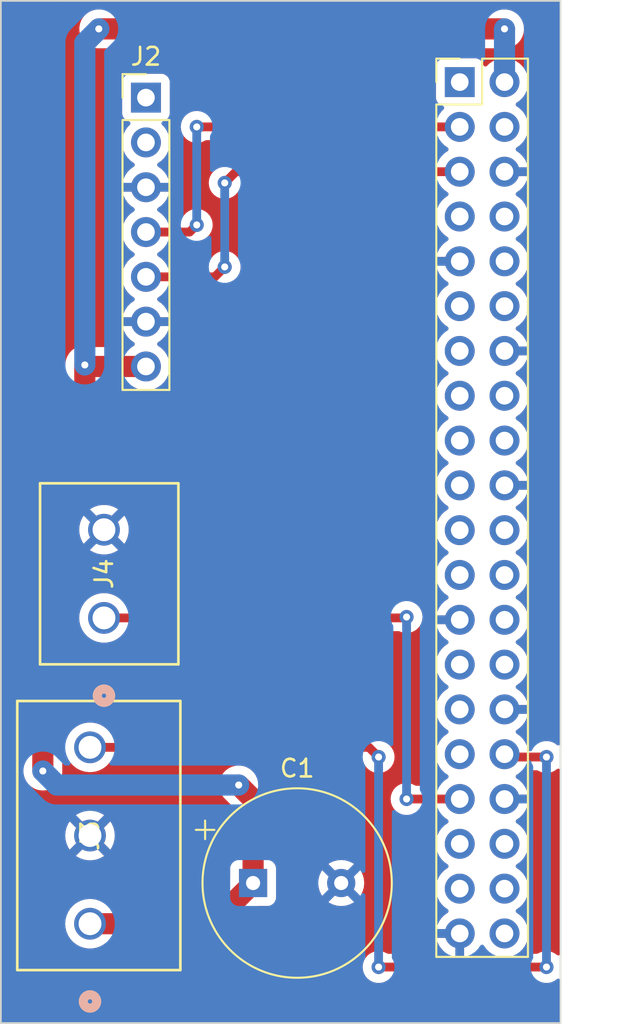
<source format=kicad_pcb>
(kicad_pcb (version 20221018) (generator pcbnew)
  (layers (0 "F.Cu" signal) (31 "B.Cu" signal) (34 "B.Paste" user) (35 "F.Paste" user) (36 "B.SilkS" user "B.Silkscreen") (37 "F.SilkS" user "F.Silkscreen") (38 "B.Mask" user) (39 "F.Mask" user) (44 "Edge.Cuts" user))
  (net 0 "")
  (net 1 "+5V")
  (net 2 "GND")
  (net 3 "+3.3V")
  (net 4 "SDA")
  (net 5 "SCL")
  (net 32 "SERVO")
  (net 33 "ESC")
  (footprint "Connector_PinHeader_2.54mm:PinHeader_2x20_P2.54mm_Vertical" (layer "F.Cu") (at 207.80375 84.7725)
    (fp_text reference "J1" hide)
    (fp_text value "Conn_02x20_Odd_Even")
    (fp_line (start -1.33 -1.33) (end 0 -1.33) (stroke (width 0.12)) (layer "F.SilkS"))
    (fp_line (start -1.33 0) (end -1.33 -1.33) (stroke (width 0.12)) (layer "F.SilkS"))
    (fp_line (start -1.33 1.27) (end -1.33 49.59) (stroke (width 0.12)) (layer "F.SilkS"))
    (fp_line (start -1.33 1.27) (end 1.27 1.27) (stroke (width 0.12)) (layer "F.SilkS"))
    (fp_line (start -1.33 49.59) (end 3.87 49.59) (stroke (width 0.12)) (layer "F.SilkS"))
    (fp_line (start 1.27 -1.33) (end 3.87 -1.33) (stroke (width 0.12)) (layer "F.SilkS"))
    (fp_line (start 1.27 1.27) (end 1.27 -1.33) (stroke (width 0.12)) (layer "F.SilkS"))
    (fp_line (start 3.87 -1.33) (end 3.87 49.59) (stroke (width 0.12)) (layer "F.SilkS"))
    (pad "1" thru_hole rect (at 0 0) (size 1.7 1.7) (drill 1) (layers "*.Cu" "*.Mask") (net 3 "+3.3V"))
    (pad "2" thru_hole oval (at 2.54 0) (size 1.7 1.7) (drill 1) (layers "*.Cu" "*.Mask") (net 1 "+5V"))
    (pad "3" thru_hole oval (at 0 2.54) (size 1.7 1.7) (drill 1) (layers "*.Cu" "*.Mask") (net 4 "SDA"))
    (pad "4" thru_hole oval (at 2.54 2.54) (size 1.7 1.7) (drill 1) (layers "*.Cu" "*.Mask") (net 1 "+5V"))
    (pad "5" thru_hole oval (at 0 5.08) (size 1.7 1.7) (drill 1) (layers "*.Cu" "*.Mask") (net 5 "SCL"))
    (pad "6" thru_hole oval (at 2.54 5.08) (size 1.7 1.7) (drill 1) (layers "*.Cu" "*.Mask") (net 2 "GND"))
    (pad "7" thru_hole oval (at 0 7.62) (size 1.7 1.7) (drill 1) (layers "*.Cu" "*.Mask"))
    (pad "8" thru_hole oval (at 2.54 7.62) (size 1.7 1.7) (drill 1) (layers "*.Cu" "*.Mask"))
    (pad "9" thru_hole oval (at 0 10.16) (size 1.7 1.7) (drill 1) (layers "*.Cu" "*.Mask") (net 2 "GND"))
    (pad "10" thru_hole oval (at 2.54 10.16) (size 1.7 1.7) (drill 1) (layers "*.Cu" "*.Mask"))
    (pad "11" thru_hole oval (at 0 12.7) (size 1.7 1.7) (drill 1) (layers "*.Cu" "*.Mask"))
    (pad "12" thru_hole oval (at 2.54 12.7) (size 1.7 1.7) (drill 1) (layers "*.Cu" "*.Mask"))
    (pad "13" thru_hole oval (at 0 15.24) (size 1.7 1.7) (drill 1) (layers "*.Cu" "*.Mask"))
    (pad "14" thru_hole oval (at 2.54 15.24) (size 1.7 1.7) (drill 1) (layers "*.Cu" "*.Mask") (net 2 "GND"))
    (pad "15" thru_hole oval (at 0 17.78) (size 1.7 1.7) (drill 1) (layers "*.Cu" "*.Mask"))
    (pad "16" thru_hole oval (at 2.54 17.78) (size 1.7 1.7) (drill 1) (layers "*.Cu" "*.Mask"))
    (pad "17" thru_hole oval (at 0 20.32) (size 1.7 1.7) (drill 1) (layers "*.Cu" "*.Mask") (net 3 "+3.3V"))
    (pad "18" thru_hole oval (at 2.54 20.32) (size 1.7 1.7) (drill 1) (layers "*.Cu" "*.Mask"))
    (pad "19" thru_hole oval (at 0 22.86) (size 1.7 1.7) (drill 1) (layers "*.Cu" "*.Mask"))
    (pad "20" thru_hole oval (at 2.54 22.86) (size 1.7 1.7) (drill 1) (layers "*.Cu" "*.Mask") (net 2 "GND"))
    (pad "21" thru_hole oval (at 0 25.4) (size 1.7 1.7) (drill 1) (layers "*.Cu" "*.Mask"))
    (pad "22" thru_hole oval (at 2.54 25.4) (size 1.7 1.7) (drill 1) (layers "*.Cu" "*.Mask"))
    (pad "23" thru_hole oval (at 0 27.94) (size 1.7 1.7) (drill 1) (layers "*.Cu" "*.Mask"))
    (pad "24" thru_hole oval (at 2.54 27.94) (size 1.7 1.7) (drill 1) (layers "*.Cu" "*.Mask"))
    (pad "25" thru_hole oval (at 0 30.48) (size 1.7 1.7) (drill 1) (layers "*.Cu" "*.Mask") (net 2 "GND"))
    (pad "26" thru_hole oval (at 2.54 30.48) (size 1.7 1.7) (drill 1) (layers "*.Cu" "*.Mask"))
    (pad "27" thru_hole oval (at 0 33.02) (size 1.7 1.7) (drill 1) (layers "*.Cu" "*.Mask"))
    (pad "28" thru_hole oval (at 2.54 33.02) (size 1.7 1.7) (drill 1) (layers "*.Cu" "*.Mask"))
    (pad "29" thru_hole oval (at 0 35.56) (size 1.7 1.7) (drill 1) (layers "*.Cu" "*.Mask"))
    (pad "30" thru_hole oval (at 2.54 35.56) (size 1.7 1.7) (drill 1) (layers "*.Cu" "*.Mask") (net 2 "GND"))
    (pad "31" thru_hole oval (at 0 38.1) (size 1.7 1.7) (drill 1) (layers "*.Cu" "*.Mask"))
    (pad "32" thru_hole oval (at 2.54 38.1) (size 1.7 1.7) (drill 1) (layers "*.Cu" "*.Mask") (net 32 "SERVO"))
    (pad "33" thru_hole oval (at 0 40.64) (size 1.7 1.7) (drill 1) (layers "*.Cu" "*.Mask") (net 33 "ESC"))
    (pad "34" thru_hole oval (at 2.54 40.64) (size 1.7 1.7) (drill 1) (layers "*.Cu" "*.Mask") (net 2 "GND"))
    (pad "35" thru_hole oval (at 0 43.18) (size 1.7 1.7) (drill 1) (layers "*.Cu" "*.Mask"))
    (pad "36" thru_hole oval (at 2.54 43.18) (size 1.7 1.7) (drill 1) (layers "*.Cu" "*.Mask"))
    (pad "37" thru_hole oval (at 0 45.72) (size 1.7 1.7) (drill 1) (layers "*.Cu" "*.Mask"))
    (pad "38" thru_hole oval (at 2.54 45.72) (size 1.7 1.7) (drill 1) (layers "*.Cu" "*.Mask"))
    (pad "39" thru_hole oval (at 0 48.26) (size 1.7 1.7) (drill 1) (layers "*.Cu" "*.Mask") (net 2 "GND"))
    (pad "40" thru_hole oval (at 2.54 48.26) (size 1.7 1.7) (drill 1) (layers "*.Cu" "*.Mask"))
  )
  (footprint "terminal:CONN2_710002_WRE" (layer "F.Cu") (at 187.61875 115.146451 90)
    (fp_text reference "J4" (at 2.5 0 90 unlocked) (layer "F.SilkS"))
    (fp_text value "Screw_Terminal_01x02")
    (fp_circle (center -4.4088 0) (end -4.0278 0) (stroke (width 0.508)) (fill none) (layer "B.SilkS"))
    (fp_line (start -2.6308 -3.627001) (end -2.6308 4.221599) (stroke (width 0.1524)) (layer "F.SilkS"))
    (fp_line (start -2.6308 4.221599) (end 7.6308 4.221599) (stroke (width 0.1524)) (layer "F.SilkS"))
    (fp_line (start 7.6308 -3.627001) (end -2.6308 -3.627001) (stroke (width 0.1524)) (layer "F.SilkS"))
    (fp_line (start 7.6308 4.221599) (end 7.6308 -3.627001) (stroke (width 0.1524)) (layer "F.SilkS"))
    (fp_circle (center -4.4088 0) (end -4.0278 0) (stroke (width 0.508)) (fill none) (layer "F.SilkS"))
    (pad "1" thru_hole circle (at 0 0 90) (size 1.8034 1.8034) (drill 1.2954) (layers "*.Cu" "*.Mask") (net 33 "ESC"))
    (pad "2" thru_hole circle (at 5 0 90) (size 1.8034 1.8034) (drill 1.2954) (layers "*.Cu" "*.Mask") (net 2 "GND"))
  )
  (footprint "Capacitor_THT:CP_Radial_Tantal_D10.5mm_P5.00mm" (layer "F.Cu") (at 196.078567 130.175)
    (fp_text reference "C1" (at 2.5 -6.5) (layer "F.SilkS"))
    (fp_text value "100uf")
    (fp_line (start -3.247133 -3.015) (end -2.197133 -3.015) (stroke (width 0.12)) (layer "F.SilkS"))
    (fp_line (start -2.722133 -3.54) (end -2.722133 -2.49) (stroke (width 0.12)) (layer "F.SilkS"))
    (fp_circle (center 2.5 0) (end 7.87 0) (stroke (width 0.12)) (fill none) (layer "F.SilkS"))
    (pad "1" thru_hole rect (at 0 0) (size 1.6 1.6) (drill 0.8) (layers "*.Cu" "*.Mask") (net 1 "+5V"))
    (pad "2" thru_hole circle (at 5 0) (size 1.6 1.6) (drill 0.8) (layers "*.Cu" "*.Mask") (net 2 "GND"))
  )
  (footprint "Connector_PinHeader_2.54mm:PinHeader_1x07_P2.54mm_Vertical" (layer "F.Cu") (at 190 85.652601)
    (fp_text reference "J2" (at 0 -2.33) (layer "F.SilkS"))
    (fp_text value "Conn_01x07_Socket")
    (fp_line (start -1.33 -1.33) (end 0 -1.33) (stroke (width 0.12)) (layer "F.SilkS"))
    (fp_line (start -1.33 0) (end -1.33 -1.33) (stroke (width 0.12)) (layer "F.SilkS"))
    (fp_line (start -1.33 1.27) (end -1.33 16.57) (stroke (width 0.12)) (layer "F.SilkS"))
    (fp_line (start -1.33 1.27) (end 1.33 1.27) (stroke (width 0.12)) (layer "F.SilkS"))
    (fp_line (start -1.33 16.57) (end 1.33 16.57) (stroke (width 0.12)) (layer "F.SilkS"))
    (fp_line (start 1.33 1.27) (end 1.33 16.57) (stroke (width 0.12)) (layer "F.SilkS"))
    (pad "1" thru_hole rect (at 0 0) (size 1.7 1.7) (drill 1) (layers "*.Cu" "*.Mask"))
    (pad "2" thru_hole oval (at 0 2.54) (size 1.7 1.7) (drill 1) (layers "*.Cu" "*.Mask"))
    (pad "3" thru_hole oval (at 0 5.08) (size 1.7 1.7) (drill 1) (layers "*.Cu" "*.Mask") (net 2 "GND"))
    (pad "4" thru_hole oval (at 0 7.62) (size 1.7 1.7) (drill 1) (layers "*.Cu" "*.Mask") (net 4 "SDA"))
    (pad "5" thru_hole oval (at 0 10.16) (size 1.7 1.7) (drill 1) (layers "*.Cu" "*.Mask") (net 5 "SCL"))
    (pad "6" thru_hole oval (at 0 12.7) (size 1.7 1.7) (drill 1) (layers "*.Cu" "*.Mask") (net 2 "GND"))
    (pad "7" thru_hole oval (at 0 15.24) (size 1.7 1.7) (drill 1) (layers "*.Cu" "*.Mask") (net 1 "+5V"))
  )
  (footprint "terminal:CONN_1935174_PXC" (layer "F.Cu") (at 186.825 132.482601 90)
    (fp_text reference "J3" (at 5 0 90 unlocked) (layer "F.SilkS"))
    (fp_text value "Screw_Terminal_01x03")
    (fp_circle (center -4.405 0) (end -4.024 0) (stroke (width 0.508)) (fill none) (layer "B.SilkS"))
    (fp_line (start -2.627 -4.127) (end -2.627 5.127) (stroke (width 0.1524)) (layer "F.SilkS"))
    (fp_line (start -2.627 5.127) (end 12.627001 5.127) (stroke (width 0.1524)) (layer "F.SilkS"))
    (fp_line (start 12.627001 -4.127) (end -2.627 -4.127) (stroke (width 0.1524)) (layer "F.SilkS"))
    (fp_line (start 12.627001 5.127) (end 12.627001 -4.127) (stroke (width 0.1524)) (layer "F.SilkS"))
    (fp_circle (center -4.405 0) (end -4.024 0) (stroke (width 0.508)) (fill none) (layer "F.SilkS"))
    (pad "1" thru_hole circle (at 0 0 90) (size 1.8034 1.8034) (drill 1.2954) (layers "*.Cu" "*.Mask") (net 1 "+5V"))
    (pad "2" thru_hole circle (at 5 0 90) (size 1.8034 1.8034) (drill 1.2954) (layers "*.Cu" "*.Mask") (net 2 "GND"))
    (pad "3" thru_hole circle (at 10 0 90) (size 1.8034 1.8034) (drill 1.2954) (layers "*.Cu" "*.Mask") (net 32 "SERVO"))
  )
  (gr_line (start 181.76875 138.1125) (end 213.51875 138.1125) (stroke (width 0.1)) (layer "Edge.Cuts"))
  (gr_line (start 213.51875 138.1125) (end 213.51875 80.16875) (stroke (width 0.1)) (layer "Edge.Cuts"))
  (gr_line (start 182.5625 80.16875) (end 184.94375 80.16875) (stroke (width 0.1)) (layer "Edge.Cuts"))
  (gr_line (start 213.51875 80.16875) (end 184.94375 80.16875) (stroke (width 0.1)) (layer "Edge.Cuts"))
  (gr_line (start 181.76875 138.1125) (end 181.76875 80.16875) (stroke (width 0.1)) (layer "Edge.Cuts"))
  (gr_line (start 181.76875 80.16875) (end 182.5625 80.16875) (stroke (width 0.1)) (layer "Edge.Cuts"))
  (segment (start 186.825 132.482601) (end 193.770966 132.482601) (width 1.2) (layer "F.Cu") (net 1))
  (segment (start 186.617601 100.892601) (end 186.53125 100.80625) (width 1.2) (layer "F.Cu") (net 1))
  (segment (start 187.325 81.75625) (end 210.34375 81.75625) (width 1.2) (layer "F.Cu") (net 1))
  (segment (start 196.078567 130.175) (end 196.078567 125.434817) (width 1.2) (layer "F.Cu") (net 1))
  (segment (start 184.15 123.825) (end 184.15 108.74375) (width 1.2) (layer "F.Cu") (net 1))
  (segment (start 186.53125 106.3625) (end 186.53125 100.80625) (width 1.2) (layer "F.Cu") (net 1))
  (segment (start 193.770966 132.482601) (end 196.078567 130.175) (width 1.2) (layer "F.Cu") (net 1))
  (segment (start 196.078567 125.434817) (end 195.2625 124.61875) (width 1.2) (layer "F.Cu") (net 1))
  (segment (start 184.15 108.74375) (end 186.53125 106.3625) (width 1.2) (layer "F.Cu") (net 1))
  (segment (start 190 100.892601) (end 186.617601 100.892601) (width 1.2) (layer "F.Cu") (net 1))
  (via (at 210.34375 81.75625) (size 0.8) (drill 0.4) (layers "F.Cu" "B.Cu") (net 1))
  (via (at 187.325 81.75625) (size 0.8) (drill 0.4) (layers "F.Cu" "B.Cu") (net 1))
  (via (at 186.53125 100.80625) (size 0.8) (drill 0.4) (layers "F.Cu" "B.Cu") (net 1))
  (via (at 184.15 123.825) (size 0.8) (drill 0.4) (layers "F.Cu" "B.Cu") (net 1))
  (via (at 195.2625 124.61875) (size 0.8) (drill 0.4) (layers "F.Cu" "B.Cu") (net 1))
  (segment (start 195.2625 124.61875) (end 184.94375 124.61875) (width 1.2) (layer "B.Cu") (net 1))
  (segment (start 186.53125 100.80625) (end 186.53125 82.55) (width 1.2) (layer "B.Cu") (net 1))
  (segment (start 186.53125 82.55) (end 187.325 81.75625) (width 1.2) (layer "B.Cu") (net 1))
  (segment (start 210.34375 81.75625) (end 210.34375 84.7725) (width 1.2) (layer "B.Cu") (net 1))
  (segment (start 184.94375 124.61875) (end 184.15 123.825) (width 1.2) (layer "B.Cu") (net 1))
  (segment (start 207.80375 87.3125) (end 192.88125 87.3125) (width 0.5) (layer "F.Cu") (net 4))
  (segment (start 192.88125 92.86875) (end 192.477399 93.272601) (width 0.5) (layer "F.Cu") (net 4))
  (segment (start 192.477399 93.272601) (end 190 93.272601) (width 0.5) (layer "F.Cu") (net 4))
  (via (at 192.88125 87.3125) (size 0.8) (drill 0.4) (layers "F.Cu" "B.Cu") (net 4))
  (via (at 192.88125 92.86875) (size 0.8) (drill 0.4) (layers "F.Cu" "B.Cu") (net 4))
  (segment (start 192.88125 87.3125) (end 192.88125 92.86875) (width 0.5) (layer "B.Cu") (net 4))
  (segment (start 195.10375 89.8525) (end 194.46875 90.4875) (width 0.5) (layer "F.Cu") (net 5))
  (segment (start 193.906149 95.812601) (end 194.46875 95.25) (width 0.5) (layer "F.Cu") (net 5))
  (segment (start 190 95.812601) (end 193.906149 95.812601) (width 0.5) (layer "F.Cu") (net 5))
  (segment (start 207.80375 89.8525) (end 195.10375 89.8525) (width 0.5) (layer "F.Cu") (net 5))
  (via (at 194.46875 95.25) (size 0.8) (drill 0.4) (layers "F.Cu" "B.Cu") (net 5))
  (via (at 194.46875 90.4875) (size 0.8) (drill 0.4) (layers "F.Cu" "B.Cu") (net 5))
  (segment (start 194.46875 90.4875) (end 194.46875 95.25) (width 0.5) (layer "B.Cu") (net 5))
  (segment (start 202.651351 122.482601) (end 203.2 123.03125) (width 0.5) (layer "F.Cu") (net 32))
  (segment (start 210.5025 123.03125) (end 210.34375 122.8725) (width 0.5) (layer "F.Cu") (net 32))
  (segment (start 203.2 134.9375) (end 212.725 134.9375) (width 0.5) (layer "F.Cu") (net 32))
  (segment (start 186.825 122.482601) (end 202.651351 122.482601) (width 0.5) (layer "F.Cu") (net 32))
  (segment (start 212.725 123.03125) (end 210.5025 123.03125) (width 0.5) (layer "F.Cu") (net 32))
  (via (at 203.2 134.9375) (size 0.8) (drill 0.4) (layers "F.Cu" "B.Cu") (net 32))
  (via (at 203.2 123.03125) (size 0.8) (drill 0.4) (layers "F.Cu" "B.Cu") (net 32))
  (via (at 212.725 134.9375) (size 0.8) (drill 0.4) (layers "F.Cu" "B.Cu") (net 32))
  (via (at 212.725 123.03125) (size 0.8) (drill 0.4) (layers "F.Cu" "B.Cu") (net 32))
  (segment (start 203.2 123.03125) (end 203.2 134.9375) (width 0.5) (layer "B.Cu") (net 32))
  (segment (start 212.725 134.9375) (end 212.725 123.03125) (width 0.5) (layer "B.Cu") (net 32))
  (segment (start 204.734799 115.146451) (end 204.7875 115.09375) (width 0.5) (layer "F.Cu") (net 33))
  (segment (start 187.61875 115.146451) (end 204.734799 115.146451) (width 0.5) (layer "F.Cu") (net 33))
  (segment (start 204.7875 125.4125) (end 207.80375 125.4125) (width 0.5) (layer "F.Cu") (net 33))
  (via (at 204.7875 115.09375) (size 0.8) (drill 0.4) (layers "F.Cu" "B.Cu") (net 33))
  (via (at 204.7875 125.4125) (size 0.8) (drill 0.4) (layers "F.Cu" "B.Cu") (net 33))
  (segment (start 204.7875 115.09375) (end 204.7875 125.4125) (width 0.5) (layer "B.Cu") (net 33))
  (zone (net 2) (net_name "GND") (layers "F&B.Cu") (connect_pads (clearance 0.5)) (min_thickness 0.25) (fill yes (thermal_gap 0.5) (thermal_bridge_width 0.5))
    (polygon (pts (xy 181.76875 138.1125) (xy 213.51875 138.1125) (xy 213.51875 80.16875) (xy 181.76875 80.16875)))
  )
)
</source>
